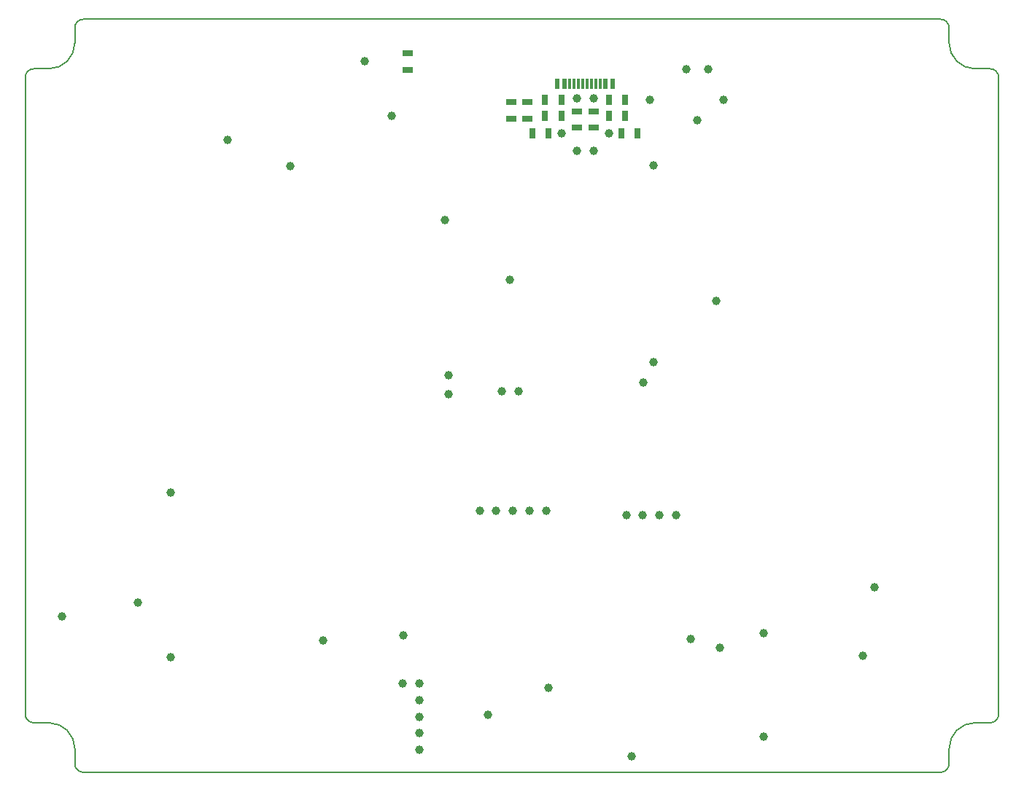
<source format=gtp>
G04*
G04 #@! TF.GenerationSoftware,Altium Limited,Altium Designer,24.4.1 (13)*
G04*
G04 Layer_Color=8421504*
%FSAX44Y44*%
%MOMM*%
G71*
G04*
G04 #@! TF.SameCoordinates,A6799A11-F43C-4D9C-96F4-C4FD18313EF3*
G04*
G04*
G04 #@! TF.FilePolarity,Positive*
G04*
G01*
G75*
%ADD11C,0.2000*%
%ADD15C,0.1500*%
%ADD16C,1.0000*%
%ADD17R,1.3000X0.7000*%
%ADD18R,0.7000X1.3000*%
%ADD19R,0.3000X1.1500*%
%ADD20R,0.6000X1.1500*%
D11*
X01760000Y00715000D02*
G03*
X01730000Y00685000I00000000J-00030000D01*
G01*
X00685000Y01475000D02*
G03*
X00715000Y01505000I00000000J00030000D01*
G01*
X01730009Y01522500D02*
G03*
X01720009Y01532500I-00010000J00000000D01*
G01*
X01777500Y00714990D02*
G03*
X01787500Y00724990I00000000J00010000D01*
G01*
Y01465010D02*
G03*
X01777500Y01475010I-00010000J00000000D01*
G01*
X00667500D02*
G03*
X00657500Y01465010I00000000J-00010000D01*
G01*
X00724990Y01532500D02*
G03*
X00714990Y01522500I00000000J-00010000D01*
G01*
X01720009Y00657500D02*
G03*
X01730009Y00667500I00000000J00010000D01*
G01*
X01730000Y01505000D02*
G03*
X01760000Y01475000I00030000J00000000D01*
G01*
X00714990Y00667500D02*
G03*
X00724990Y00657500I00010000J00000000D01*
G01*
X00715000Y00685000D02*
G03*
X00685000Y00715000I-00030000J00000000D01*
G01*
X00657500Y00724990D02*
G03*
X00667500Y00714990I00010000J00000000D01*
G01*
D15*
X01787500Y00724990D02*
X01787500Y01465009D01*
X00667490Y01475000D02*
X00685000D01*
X00657500Y00724990D02*
X00657500Y01465009D01*
X00724990Y00657500D02*
X01720009Y00657500D01*
X00724990Y01532500D02*
X01155000D01*
X01760000Y00715000D02*
X01777509D01*
X00715000Y01505000D02*
Y01522510D01*
X01730000Y01505000D02*
Y01522510D01*
X01155000Y01532500D02*
X01720009Y01532500D01*
X01760000Y01475000D02*
X01777509D01*
X01730000Y00667490D02*
Y00685000D01*
X00715000Y00667491D02*
Y00685000D01*
X00667490Y00715000D02*
X00685000D01*
D16*
X00965250Y01362250D02*
D03*
X00892500Y01392500D02*
D03*
X01051150Y01483750D02*
D03*
X01082500Y01420000D02*
D03*
X01279750Y01400000D02*
D03*
X01386500Y01362500D02*
D03*
X01334750Y01400000D02*
D03*
X01317000Y01440250D02*
D03*
X01297500D02*
D03*
X01317000Y01379750D02*
D03*
X01297500D02*
D03*
X01382250Y01438750D02*
D03*
X01425000Y01474750D02*
D03*
X01450250D02*
D03*
X01437750Y01415250D02*
D03*
X01467750Y01438500D02*
D03*
X01459750Y01205000D02*
D03*
X01514750Y00819450D02*
D03*
X01514850Y00698850D02*
D03*
X01463750Y00802000D02*
D03*
X01429750Y00812500D02*
D03*
X01413000Y00956500D02*
D03*
X01393750D02*
D03*
X01374500D02*
D03*
X01355250D02*
D03*
X01386500Y01134000D02*
D03*
X01375000Y01110500D02*
D03*
X01149000Y01118500D02*
D03*
Y01096500D02*
D03*
X01230500Y01100000D02*
D03*
X01210500D02*
D03*
X01204250Y00961250D02*
D03*
X01185000D02*
D03*
X01262000Y00961500D02*
D03*
X01242750Y00961500D02*
D03*
X01223500Y00961500D02*
D03*
X01264750Y00755620D02*
D03*
X01361500Y00675750D02*
D03*
X01194250Y00724250D02*
D03*
X01115000Y00760500D02*
D03*
Y00741250D02*
D03*
Y00722000D02*
D03*
Y00702750D02*
D03*
Y00683500D02*
D03*
X01095750Y00760500D02*
D03*
X01096044Y00816410D02*
D03*
X01002868Y00810827D02*
D03*
X00700000Y00838750D02*
D03*
X00788000Y00855000D02*
D03*
X00826000Y00791000D02*
D03*
X01643000Y00872750D02*
D03*
X00826000Y00982500D02*
D03*
X01220000Y01230000D02*
D03*
X01145000Y01299000D02*
D03*
X01630000Y00793250D02*
D03*
D17*
X01101750Y01492750D02*
D03*
Y01473750D02*
D03*
X01240750Y01436250D02*
D03*
Y01417250D02*
D03*
X01221772Y01436250D02*
D03*
Y01417250D02*
D03*
X01297500Y01425500D02*
D03*
Y01406500D02*
D03*
X01317000Y01425500D02*
D03*
Y01406500D02*
D03*
D18*
X01260750Y01420000D02*
D03*
X01279750D02*
D03*
X01353750Y01439000D02*
D03*
X01334750D02*
D03*
X01353750Y01420000D02*
D03*
X01334750D02*
D03*
X01368500Y01400000D02*
D03*
X01349500D02*
D03*
X01260750Y01439000D02*
D03*
X01279750D02*
D03*
X01246000Y01400000D02*
D03*
X01265000D02*
D03*
D19*
X01309750Y01457450D02*
D03*
X01314750D02*
D03*
X01319750D02*
D03*
X01324750D02*
D03*
X01304750D02*
D03*
X01299750D02*
D03*
X01294750D02*
D03*
X01289750D02*
D03*
D20*
X01275250D02*
D03*
X01283250D02*
D03*
X01331250D02*
D03*
X01339250D02*
D03*
M02*

</source>
